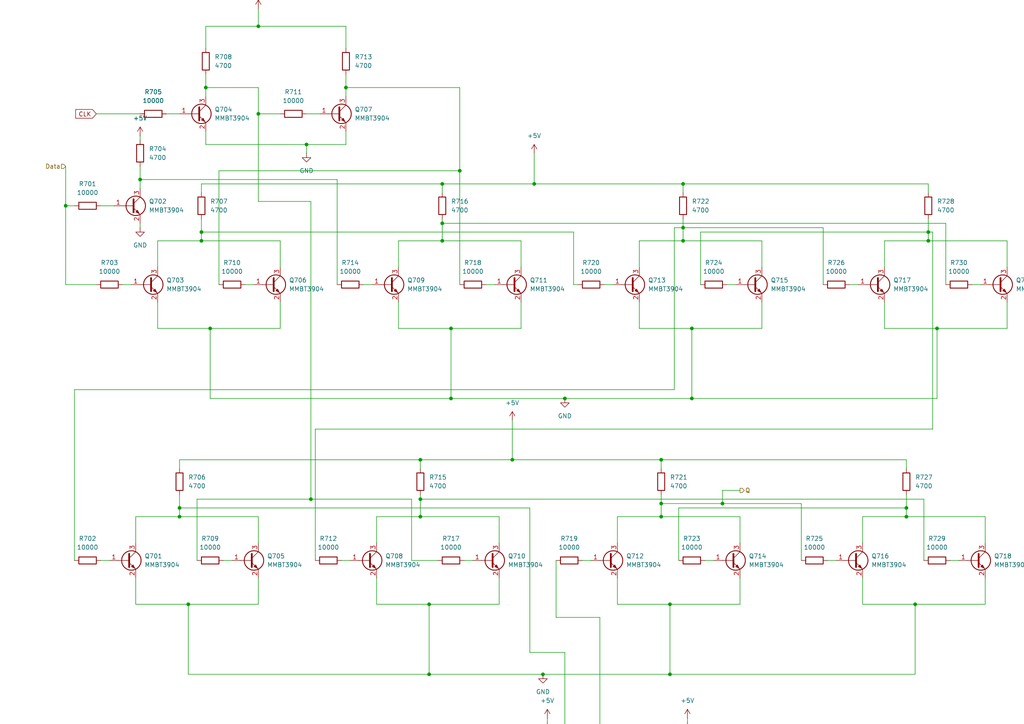
<source format=kicad_sch>
(kicad_sch (version 20250114) (generator "eeschema") (generator_version "9.0")
  (paper "A4")
  (junction (at 265.43 175.26))
  (junction (at 40.64 52.07))
  (junction (at 161.29 250.19))
  (junction (at 163.83 115.57))
  (junction (at 198.12 69.85))
  (junction (at 154.94 53.34))
  (junction (at 191.77 133.35))
  (junction (at 74.93 33.02))
  (junction (at 181.61 250.19))
  (junction (at 128.27 69.85))
  (junction (at 58.42 69.85))
  (junction (at 121.92 133.35))
  (junction (at 148.59 133.35))
  (junction (at 130.81 95.25))
  (junction (at 191.77 149.86))
  (junction (at 269.24 67.31))
  (junction (at 191.77 146.05))
  (junction (at 128.27 64.77))
  (junction (at 271.78 95.25))
  (junction (at 90.17 144.78))
  (junction (at 100.33 25.4))
  (junction (at 158.75 220.98))
  (junction (at 157.48 195.58))
  (junction (at 88.9 41.91))
  (junction (at 74.93 7.62))
  (junction (at 121.92 149.86))
  (junction (at 121.92 144.78))
  (junction (at 194.31 175.26))
  (junction (at 198.12 53.34))
  (junction (at 54.61 175.26))
  (junction (at 199.39 218.44))
  (junction (at 19.05 59.69))
  (junction (at 58.42 67.31))
  (junction (at 52.07 149.86))
  (junction (at 130.81 115.57))
  (junction (at 200.66 115.57))
  (junction (at 124.46 175.26))
  (junction (at 59.69 25.4))
  (junction (at 262.89 149.86))
  (junction (at 133.35 49.53))
  (junction (at 198.12 66.04))
  (junction (at 124.46 195.58))
  (junction (at 262.89 147.32))
  (junction (at 194.31 195.58))
  (junction (at 52.07 147.32))
  (junction (at 200.66 95.25))
  (junction (at 209.55 146.05))
  (junction (at 269.24 69.85))
  (junction (at 128.27 53.34))
  (junction (at 158.75 224.79))
  (junction (at 60.96 95.25))
  (wire (pts (xy 39.37 175.26) (xy 54.61 175.26)))
  (wire (pts (xy 21.59 113.03) (xy 195.58 113.03)))
  (wire (pts (xy 115.57 87.63) (xy 115.57 95.25)))
  (wire (pts (xy 161.29 162.56) (xy 161.29 179.07)))
  (wire (pts (xy 161.29 252.73) (xy 161.29 250.19)))
  (wire (pts (xy 220.98 69.85) (xy 198.12 69.85)))
  (wire (pts (xy 74.93 7.62) (xy 59.69 7.62)))
  (wire (pts (xy 191.77 143.51) (xy 191.77 146.05)))
  (wire (pts (xy 214.63 157.48) (xy 214.63 149.86)))
  (wire (pts (xy 203.2 67.31) (xy 269.24 67.31)))
  (wire (pts (xy 267.97 144.78) (xy 121.92 144.78)))
  (wire (pts (xy 19.05 82.55) (xy 19.05 59.69)))
  (wire (pts (xy 292.1 95.25) (xy 292.1 87.63)))
  (wire (pts (xy 115.57 95.25) (xy 130.81 95.25)))
  (wire (pts (xy 179.07 167.64) (xy 179.07 175.26)))
  (wire (pts (xy 81.28 77.47) (xy 81.28 69.85)))
  (wire (pts (xy 81.28 95.25) (xy 81.28 87.63)))
  (wire (pts (xy 45.72 95.25) (xy 60.96 95.25)))
  (wire (pts (xy 157.48 195.58) (xy 194.31 195.58)))
  (wire (pts (xy 151.13 95.25) (xy 151.13 87.63)))
  (wire (pts (xy 262.89 135.89) (xy 262.89 133.35)))
  (wire (pts (xy 262.89 149.86) (xy 250.19 149.86)))
  (wire (pts (xy 181.61 250.19) (xy 181.61 242.57)))
  (wire (pts (xy 57.15 144.78) (xy 90.17 144.78)))
  (wire (pts (xy 74.93 33.02) (xy 74.93 25.4)))
  (wire (pts (xy 109.22 167.64) (xy 109.22 175.26)))
  (wire (pts (xy 214.63 142.24) (xy 209.55 142.24)))
  (wire (pts (xy 166.37 67.31) (xy 58.42 67.31)))
  (wire (pts (xy 124.46 195.58) (xy 157.48 195.58)))
  (wire (pts (xy 74.93 149.86) (xy 52.07 149.86)))
  (wire (pts (xy 58.42 55.88) (xy 58.42 53.34)))
  (wire (pts (xy 191.77 227.33) (xy 191.77 236.22)))
  (wire (pts (xy 194.31 195.58) (xy 265.43 195.58)))
  (wire (pts (xy 21.59 162.56) (xy 21.59 113.03)))
  (wire (pts (xy 90.17 58.42) (xy 74.93 58.42)))
  (wire (pts (xy 238.76 82.55) (xy 238.76 66.04)))
  (wire (pts (xy 158.75 208.28) (xy 158.75 209.55)))
  (wire (pts (xy 275.59 162.56) (xy 278.13 162.56)))
  (wire (pts (xy 88.9 41.91) (xy 100.33 41.91)))
  (wire (pts (xy 128.27 69.85) (xy 115.57 69.85)))
  (wire (pts (xy 35.56 82.55) (xy 38.1 82.55)))
  (wire (pts (xy 52.07 135.89) (xy 52.07 133.35)))
  (wire (pts (xy 40.64 48.26) (xy 40.64 52.07)))
  (wire (pts (xy 269.24 55.88) (xy 269.24 53.34)))
  (wire (pts (xy 100.33 21.59) (xy 100.33 25.4)))
  (wire (pts (xy 214.63 175.26) (xy 214.63 167.64)))
  (wire (pts (xy 281.94 82.55) (xy 284.48 82.55)))
  (wire (pts (xy 154.94 53.34) (xy 198.12 53.34)))
  (wire (pts (xy 185.42 87.63) (xy 185.42 95.25)))
  (wire (pts (xy 128.27 53.34) (xy 154.94 53.34)))
  (wire (pts (xy 121.92 143.51) (xy 121.92 144.78)))
  (wire (pts (xy 59.69 38.1) (xy 59.69 41.91)))
  (wire (pts (xy 148.59 121.92) (xy 148.59 133.35)))
  (wire (pts (xy 134.62 162.56) (xy 137.16 162.56)))
  (wire (pts (xy 250.19 175.26) (xy 265.43 175.26)))
  (wire (pts (xy 154.94 44.45) (xy 154.94 53.34)))
  (wire (pts (xy 135.89 237.49) (xy 138.43 237.49)))
  (wire (pts (xy 256.54 87.63) (xy 256.54 95.25)))
  (wire (pts (xy 146.05 250.19) (xy 161.29 250.19)))
  (wire (pts (xy 19.05 59.69) (xy 21.59 59.69)))
  (wire (pts (xy 133.35 82.55) (xy 133.35 49.53)))
  (wire (pts (xy 74.93 2.54) (xy 74.93 7.62)))
  (wire (pts (xy 262.89 133.35) (xy 191.77 133.35)))
  (wire (pts (xy 181.61 250.19) (xy 199.39 250.19)))
  (wire (pts (xy 158.75 220.98) (xy 158.75 224.79)))
  (wire (pts (xy 173.99 218.44) (xy 199.39 218.44)))
  (wire (pts (xy 121.92 133.35) (xy 148.59 133.35)))
  (wire (pts (xy 204.47 162.56) (xy 207.01 162.56)))
  (wire (pts (xy 185.42 69.85) (xy 185.42 77.47)))
  (wire (pts (xy 81.28 33.02) (xy 74.93 33.02)))
  (wire (pts (xy 29.21 162.56) (xy 31.75 162.56)))
  (wire (pts (xy 59.69 7.62) (xy 59.69 13.97)))
  (wire (pts (xy 100.33 7.62) (xy 100.33 13.97)))
  (wire (pts (xy 200.66 115.57) (xy 271.78 115.57)))
  (wire (pts (xy 179.07 149.86) (xy 179.07 157.48)))
  (wire (pts (xy 238.76 66.04) (xy 198.12 66.04)))
  (wire (pts (xy 121.92 144.78) (xy 121.92 149.86)))
  (wire (pts (xy 198.12 69.85) (xy 185.42 69.85)))
  (wire (pts (xy 144.78 149.86) (xy 121.92 149.86)))
  (wire (pts (xy 151.13 69.85) (xy 128.27 69.85)))
  (wire (pts (xy 63.5 82.55) (xy 63.5 49.53)))
  (wire (pts (xy 200.66 95.25) (xy 220.98 95.25)))
  (wire (pts (xy 232.41 162.56) (xy 232.41 146.05)))
  (wire (pts (xy 88.9 33.02) (xy 92.71 33.02)))
  (wire (pts (xy 100.33 41.91) (xy 100.33 38.1)))
  (wire (pts (xy 198.12 53.34) (xy 198.12 55.88)))
  (wire (pts (xy 144.78 175.26) (xy 144.78 167.64)))
  (wire (pts (xy 198.12 63.5) (xy 198.12 66.04)))
  (wire (pts (xy 59.69 25.4) (xy 59.69 27.94)))
  (wire (pts (xy 267.97 162.56) (xy 267.97 144.78)))
  (wire (pts (xy 58.42 53.34) (xy 128.27 53.34)))
  (wire (pts (xy 191.77 149.86) (xy 179.07 149.86)))
  (wire (pts (xy 100.33 25.4) (xy 100.33 27.94)))
  (wire (pts (xy 124.46 195.58) (xy 124.46 175.26)))
  (wire (pts (xy 250.19 149.86) (xy 250.19 157.48)))
  (wire (pts (xy 90.17 144.78) (xy 90.17 58.42)))
  (wire (pts (xy 220.98 77.47) (xy 220.98 69.85)))
  (wire (pts (xy 181.61 232.41) (xy 181.61 224.79)))
  (wire (pts (xy 271.78 95.25) (xy 292.1 95.25)))
  (wire (pts (xy 146.05 242.57) (xy 146.05 250.19)))
  (wire (pts (xy 58.42 63.5) (xy 58.42 67.31)))
  (wire (pts (xy 109.22 175.26) (xy 124.46 175.26)))
  (wire (pts (xy 130.81 115.57) (xy 130.81 95.25)))
  (wire (pts (xy 269.24 69.85) (xy 256.54 69.85)))
  (wire (pts (xy 74.93 58.42) (xy 74.93 33.02)))
  (wire (pts (xy 146.05 224.79) (xy 146.05 232.41)))
  (wire (pts (xy 52.07 143.51) (xy 52.07 147.32)))
  (wire (pts (xy 274.32 82.55) (xy 274.32 64.77)))
  (wire (pts (xy 158.75 224.79) (xy 146.05 224.79)))
  (wire (pts (xy 274.32 64.77) (xy 128.27 64.77)))
  (wire (pts (xy 220.98 95.25) (xy 220.98 87.63)))
  (wire (pts (xy 184.15 220.98) (xy 158.75 220.98)))
  (wire (pts (xy 199.39 217.17) (xy 199.39 218.44)))
  (wire (pts (xy 194.31 175.26) (xy 214.63 175.26)))
  (wire (pts (xy 130.81 115.57) (xy 163.83 115.57)))
  (wire (pts (xy 124.46 175.26) (xy 144.78 175.26)))
  (wire (pts (xy 105.41 82.55) (xy 107.95 82.55)))
  (wire (pts (xy 125.73 237.49) (xy 128.27 237.49)))
  (wire (pts (xy 54.61 195.58) (xy 54.61 175.26)))
  (wire (pts (xy 40.64 64.77) (xy 40.64 66.04)))
  (wire (pts (xy 39.37 149.86) (xy 39.37 157.48)))
  (wire (pts (xy 121.92 135.89) (xy 121.92 133.35)))
  (wire (pts (xy 45.72 69.85) (xy 45.72 77.47)))
  (wire (pts (xy 81.28 69.85) (xy 58.42 69.85)))
  (wire (pts (xy 285.75 149.86) (xy 262.89 149.86)))
  (wire (pts (xy 199.39 218.44) (xy 199.39 231.14)))
  (wire (pts (xy 167.64 82.55) (xy 166.37 82.55)))
  (wire (pts (xy 64.77 162.56) (xy 67.31 162.56)))
  (wire (pts (xy 195.58 66.04) (xy 198.12 66.04)))
  (wire (pts (xy 140.97 82.55) (xy 143.51 82.55)))
  (wire (pts (xy 119.38 162.56) (xy 127 162.56)))
  (wire (pts (xy 40.64 52.07) (xy 40.64 54.61)))
  (wire (pts (xy 153.67 189.23) (xy 153.67 147.32)))
  (wire (pts (xy 262.89 143.51) (xy 262.89 147.32)))
  (wire (pts (xy 270.51 67.31) (xy 269.24 67.31)))
  (wire (pts (xy 285.75 157.48) (xy 285.75 149.86)))
  (wire (pts (xy 71.12 82.55) (xy 73.66 82.55)))
  (wire (pts (xy 130.81 95.25) (xy 151.13 95.25)))
  (wire (pts (xy 199.39 241.3) (xy 199.39 250.19)))
  (wire (pts (xy 265.43 175.26) (xy 285.75 175.26)))
  (wire (pts (xy 58.42 67.31) (xy 58.42 69.85)))
  (wire (pts (xy 27.94 82.55) (xy 19.05 82.55)))
  (wire (pts (xy 144.78 157.48) (xy 144.78 149.86)))
  (wire (pts (xy 90.17 144.78) (xy 119.38 144.78)))
  (wire (pts (xy 209.55 142.24) (xy 209.55 146.05)))
  (wire (pts (xy 200.66 115.57) (xy 200.66 95.25)))
  (wire (pts (xy 256.54 69.85) (xy 256.54 77.47)))
  (wire (pts (xy 166.37 82.55) (xy 166.37 67.31)))
  (wire (pts (xy 60.96 115.57) (xy 130.81 115.57)))
  (wire (pts (xy 256.54 95.25) (xy 271.78 95.25)))
  (wire (pts (xy 168.91 162.56) (xy 171.45 162.56)))
  (wire (pts (xy 175.26 82.55) (xy 177.8 82.55)))
  (wire (pts (xy 185.42 95.25) (xy 200.66 95.25)))
  (wire (pts (xy 60.96 115.57) (xy 60.96 95.25)))
  (wire (pts (xy 74.93 175.26) (xy 74.93 167.64)))
  (wire (pts (xy 100.33 7.62) (xy 74.93 7.62)))
  (wire (pts (xy 63.5 49.53) (xy 133.35 49.53)))
  (wire (pts (xy 163.83 189.23) (xy 153.67 189.23)))
  (wire (pts (xy 54.61 175.26) (xy 74.93 175.26)))
  (wire (pts (xy 203.2 82.55) (xy 203.2 67.31)))
  (wire (pts (xy 163.83 189.23) (xy 163.83 237.49)))
  (wire (pts (xy 171.45 237.49) (xy 173.99 237.49)))
  (wire (pts (xy 128.27 55.88) (xy 128.27 53.34)))
  (wire (pts (xy 269.24 63.5) (xy 269.24 67.31)))
  (wire (pts (xy 52.07 147.32) (xy 52.07 149.86)))
  (wire (pts (xy 269.24 53.34) (xy 198.12 53.34)))
  (wire (pts (xy 59.69 21.59) (xy 59.69 25.4)))
  (wire (pts (xy 52.07 133.35) (xy 121.92 133.35)))
  (wire (pts (xy 128.27 64.77) (xy 128.27 69.85)))
  (wire (pts (xy 158.75 217.17) (xy 158.75 220.98)))
  (wire (pts (xy 181.61 224.79) (xy 158.75 224.79)))
  (wire (pts (xy 292.1 77.47) (xy 292.1 69.85)))
  (wire (pts (xy 210.82 82.55) (xy 213.36 82.55)))
  (wire (pts (xy 88.9 41.91) (xy 88.9 44.45)))
  (wire (pts (xy 161.29 179.07) (xy 173.99 179.07)))
  (wire (pts (xy 97.79 82.55) (xy 97.79 52.07)))
  (wire (pts (xy 240.03 162.56) (xy 242.57 162.56)))
  (wire (pts (xy 199.39 208.28) (xy 199.39 209.55)))
  (wire (pts (xy 121.92 149.86) (xy 109.22 149.86)))
  (wire (pts (xy 161.29 250.19) (xy 181.61 250.19)))
  (wire (pts (xy 292.1 69.85) (xy 269.24 69.85)))
  (wire (pts (xy 173.99 179.07) (xy 173.99 218.44)))
  (wire (pts (xy 27.94 33.02) (xy 40.64 33.02)))
  (wire (pts (xy 246.38 82.55) (xy 248.92 82.55)))
  (wire (pts (xy 209.55 146.05) (xy 191.77 146.05)))
  (wire (pts (xy 196.85 162.56) (xy 196.85 147.32)))
  (wire (pts (xy 91.44 124.46) (xy 270.51 124.46)))
  (wire (pts (xy 54.61 195.58) (xy 124.46 195.58)))
  (wire (pts (xy 45.72 87.63) (xy 45.72 95.25)))
  (wire (pts (xy 191.77 146.05) (xy 191.77 149.86)))
  (wire (pts (xy 115.57 69.85) (xy 115.57 77.47)))
  (wire (pts (xy 29.21 59.69) (xy 33.02 59.69)))
  (wire (pts (xy 74.93 157.48) (xy 74.93 149.86)))
  (wire (pts (xy 91.44 162.56) (xy 91.44 124.46)))
  (wire (pts (xy 250.19 167.64) (xy 250.19 175.26)))
  (wire (pts (xy 39.37 167.64) (xy 39.37 175.26)))
  (wire (pts (xy 19.05 48.26) (xy 19.05 59.69)))
  (wire (pts (xy 163.83 115.57) (xy 200.66 115.57)))
  (wire (pts (xy 195.58 113.03) (xy 195.58 66.04)))
  (wire (pts (xy 179.07 175.26) (xy 194.31 175.26)))
  (wire (pts (xy 133.35 25.4) (xy 100.33 25.4)))
  (wire (pts (xy 74.93 25.4) (xy 59.69 25.4)))
  (wire (pts (xy 265.43 195.58) (xy 265.43 175.26)))
  (wire (pts (xy 232.41 146.05) (xy 209.55 146.05)))
  (wire (pts (xy 48.26 33.02) (xy 52.07 33.02)))
  (wire (pts (xy 191.77 133.35) (xy 191.77 135.89)))
  (wire (pts (xy 99.06 162.56) (xy 101.6 162.56)))
  (wire (pts (xy 109.22 149.86) (xy 109.22 157.48)))
  (wire (pts (xy 196.85 147.32) (xy 262.89 147.32)))
  (wire (pts (xy 285.75 175.26) (xy 285.75 167.64)))
  (wire (pts (xy 119.38 144.78) (xy 119.38 162.56)))
  (wire (pts (xy 194.31 195.58) (xy 194.31 175.26)))
  (wire (pts (xy 148.59 133.35) (xy 191.77 133.35)))
  (wire (pts (xy 52.07 149.86) (xy 39.37 149.86)))
  (wire (pts (xy 58.42 69.85) (xy 45.72 69.85)))
  (wire (pts (xy 262.89 147.32) (xy 262.89 149.86)))
  (wire (pts (xy 271.78 115.57) (xy 271.78 95.25)))
  (wire (pts (xy 97.79 52.07) (xy 40.64 52.07)))
  (wire (pts (xy 40.64 39.37) (xy 40.64 40.64)))
  (wire (pts (xy 128.27 63.5) (xy 128.27 64.77)))
  (wire (pts (xy 270.51 124.46) (xy 270.51 67.31)))
  (wire (pts (xy 198.12 66.04) (xy 198.12 69.85)))
  (wire (pts (xy 60.96 95.25) (xy 81.28 95.25)))
  (wire (pts (xy 57.15 144.78) (xy 57.15 162.56)))
  (wire (pts (xy 133.35 49.53) (xy 133.35 25.4)))
  (wire (pts (xy 184.15 227.33) (xy 184.15 220.98)))
  (wire (pts (xy 151.13 77.47) (xy 151.13 69.85)))
  (wire (pts (xy 269.24 67.31) (xy 269.24 69.85)))
  (wire (pts (xy 59.69 41.91) (xy 88.9 41.91)))
  (wire (pts (xy 214.63 149.86) (xy 191.77 149.86)))
  (wire (pts (xy 153.67 147.32) (xy 52.07 147.32)))
  (global_label "RST" (shape input) (at 125.73 237.49 180) (property "Intersheetrefs" "${INTERSHEET_REFS}" (effects (hide yes))))
  (global_label "CLK" (shape input) (at 27.94 33.02 180) (property "Intersheetrefs" "${INTERSHEET_REFS}" (effects (hide yes))))
  (hierarchical_label "Q" (shape output) (at 214.63 142.24 0))
  (hierarchical_label "Data" (shape input) (at 19.05 48.26 180))
  (symbol (lib_id "Transistor_BJT:MMBT3904") (at 179.07 237.49 0) (unit 1)
    (property "Reference" "Q2" (at 184.15 236.2199 0) (effects (justify left)))
    (property "Value" "MMBT3904" (at 184.15 238.7599 0) (effects (justify left)))
    (property "Footprint" "Package_TO_SOT_SMD:SOT-23" (effects (hide yes)))
    (property "Datasheet" "https://www.onsemi.com/pdf/datasheet/pzt3904-d.pdf" (effects (hide yes)))
    (property "Description" "0.2A Ic, 40V Vce, Small Signal NPN Transistor, SOT-23" (effects (hide yes)))
    (property "Sim.Device" "NPN" (effects (hide yes)))
    (property "Sim.Pins" "1=B 2=E 3=C" (effects (hide yes)))
    (instances (project "regv4" (path "" (reference "Q12") (unit 1)) (path "" (reference "Q10") (unit 1)) (path "" (reference "Q14") (unit 1)) (path "" (reference "Q8") (unit 1)) (path "" (reference "Q16") (unit 1)) (path "" (reference "Q4") (unit 1)) (path "" (reference "Q6") (unit 1)) (path "" (reference "Q2") (unit 1))))
  )
  (symbol (lib_id "Device:R") (at 100.33 17.78 0) (unit 1)
    (property "Reference" "R231" (at 102.87 16.5099 0) (effects (justify left)))
    (property "Value" "4700" (at 102.87 19.0499 0) (effects (justify left)))
    (property "Footprint" "Resistor_SMD:R_0805_2012Metric" (effects (hide yes)))
    (property "Description" "Resistor" (effects (hide yes)))
    (instances (project "regv4" (path "" (reference "R713") (unit 1)) (path "" (reference "R613") (unit 1)) (path "" (reference "R813") (unit 1)) (path "" (reference "R513") (unit 1)) (path "" (reference "R913") (unit 1)) (path "" (reference "R313") (unit 1)) (path "" (reference "R413") (unit 1)) (path "" (reference "R231") (unit 1))))
  )
  (symbol (lib_id "Transistor_BJT:MMBT3904") (at 36.83 162.56 0) (unit 1)
    (property "Reference" "Q209" (at 41.91 161.2899 0) (effects (justify left)))
    (property "Value" "MMBT3904" (at 41.91 163.8299 0) (effects (justify left)))
    (property "Footprint" "Package_TO_SOT_SMD:SOT-23" (effects (hide yes)))
    (property "Datasheet" "https://www.onsemi.com/pdf/datasheet/pzt3904-d.pdf" (effects (hide yes)))
    (property "Description" "0.2A Ic, 40V Vce, Small Signal NPN Transistor, SOT-23" (effects (hide yes)))
    (property "Sim.Device" "NPN" (effects (hide yes)))
    (property "Sim.Pins" "1=B 2=E 3=C" (effects (hide yes)))
    (instances (project "regv4" (path "" (reference "Q701") (unit 1)) (path "" (reference "Q601") (unit 1)) (path "" (reference "Q801") (unit 1)) (path "" (reference "Q501") (unit 1)) (path "" (reference "Q901") (unit 1)) (path "" (reference "Q301") (unit 1)) (path "" (reference "Q401") (unit 1)) (path "" (reference "Q209") (unit 1))))
  )
  (symbol (lib_id "Device:R") (at 31.75 82.55 90) (unit 1)
    (property "Reference" "R216" (at 31.75 76.2 90))
    (property "Value" "10000" (at 31.75 78.74 90))
    (property "Footprint" "Resistor_SMD:R_0805_2012Metric" (effects (hide yes)))
    (property "Description" "Resistor" (effects (hide yes)))
    (instances (project "regv4" (path "" (reference "R703") (unit 1)) (path "" (reference "R603") (unit 1)) (path "" (reference "R803") (unit 1)) (path "" (reference "R503") (unit 1)) (path "" (reference "R903") (unit 1)) (path "" (reference "R303") (unit 1)) (path "" (reference "R403") (unit 1)) (path "" (reference "R216") (unit 1))))
  )
  (symbol (lib_id "Transistor_BJT:MMBT3904") (at 113.03 82.55 0) (unit 1)
    (property "Reference" "Q213" (at 118.11 81.2799 0) (effects (justify left)))
    (property "Value" "MMBT3904" (at 118.11 83.8199 0) (effects (justify left)))
    (property "Footprint" "Package_TO_SOT_SMD:SOT-23" (effects (hide yes)))
    (property "Datasheet" "https://www.onsemi.com/pdf/datasheet/pzt3904-d.pdf" (effects (hide yes)))
    (property "Description" "0.2A Ic, 40V Vce, Small Signal NPN Transistor, SOT-23" (effects (hide yes)))
    (property "Sim.Device" "NPN" (effects (hide yes)))
    (property "Sim.Pins" "1=B 2=E 3=C" (effects (hide yes)))
    (instances (project "regv4" (path "" (reference "Q709") (unit 1)) (path "" (reference "Q609") (unit 1)) (path "" (reference "Q809") (unit 1)) (path "" (reference "Q509") (unit 1)) (path "" (reference "Q909") (unit 1)) (path "" (reference "Q309") (unit 1)) (path "" (reference "Q409") (unit 1)) (path "" (reference "Q213") (unit 1))))
  )
  (symbol (lib_id "Device:R") (at 278.13 82.55 90) (unit 1)
    (property "Reference" "R227" (at 278.13 76.2 90))
    (property "Value" "10000" (at 278.13 78.74 90))
    (property "Footprint" "Resistor_SMD:R_0805_2012Metric" (effects (hide yes)))
    (property "Description" "Resistor" (effects (hide yes)))
    (instances (project "regv4" (path "" (reference "R730") (unit 1)) (path "" (reference "R630") (unit 1)) (path "" (reference "R830") (unit 1)) (path "" (reference "R530") (unit 1)) (path "" (reference "R930") (unit 1)) (path "" (reference "R330") (unit 1)) (path "" (reference "R430") (unit 1)) (path "" (reference "R227") (unit 1))))
  )
  (symbol (lib_id "Device:R") (at 59.69 17.78 0) (unit 1)
    (property "Reference" "R228" (at 62.23 16.5099 0) (effects (justify left)))
    (property "Value" "4700" (at 62.23 19.0499 0) (effects (justify left)))
    (property "Footprint" "Resistor_SMD:R_0805_2012Metric" (effects (hide yes)))
    (property "Description" "Resistor" (effects (hide yes)))
    (instances (project "regv4" (path "" (reference "R708") (unit 1)) (path "" (reference "R608") (unit 1)) (path "" (reference "R808") (unit 1)) (path "" (reference "R508") (unit 1)) (path "" (reference "R908") (unit 1)) (path "" (reference "R308") (unit 1)) (path "" (reference "R408") (unit 1)) (path "" (reference "R228") (unit 1))))
  )
  (symbol (lib_id "power:+5V") (at 154.94 44.45 0) (unit 1)
    (property "Reference" "#PWR0203" (effects (hide yes)))
    (property "Value" "+5V" (at 154.94 39.37 0))
    (property "Description" "Power symbol creates a global label with name \"+5V\"" (effects (hide yes)))
    (instances (project "regv4" (path "" (reference "#PWR0706") (unit 1)) (path "" (reference "#PWR0606") (unit 1)) (path "" (reference "#PWR0806") (unit 1)) (path "" (reference "#PWR0506") (unit 1)) (path "" (reference "#PWR0906") (unit 1)) (path "" (reference "#PWR0306") (unit 1)) (path "" (reference "#PWR0406") (unit 1)) (path "" (reference "#PWR0203") (unit 1))))
  )
  (symbol (lib_id "Device:R") (at 207.01 82.55 90) (unit 1)
    (property "Reference" "R224" (at 207.01 76.2 90))
    (property "Value" "10000" (at 207.01 78.74 90))
    (property "Footprint" "Resistor_SMD:R_0805_2012Metric" (effects (hide yes)))
    (property "Description" "Resistor" (effects (hide yes)))
    (instances (project "regv4" (path "" (reference "R724") (unit 1)) (path "" (reference "R624") (unit 1)) (path "" (reference "R824") (unit 1)) (path "" (reference "R524") (unit 1)) (path "" (reference "R924") (unit 1)) (path "" (reference "R324") (unit 1)) (path "" (reference "R424") (unit 1)) (path "" (reference "R224") (unit 1))))
  )
  (symbol (lib_id "Device:R") (at 236.22 162.56 90) (unit 1)
    (property "Reference" "R204" (at 236.22 156.21 90))
    (property "Value" "10000" (at 236.22 158.75 90))
    (property "Footprint" "Resistor_SMD:R_0805_2012Metric" (effects (hide yes)))
    (property "Description" "Resistor" (effects (hide yes)))
    (instances (project "regv4" (path "" (reference "R725") (unit 1)) (path "" (reference "R625") (unit 1)) (path "" (reference "R825") (unit 1)) (path "" (reference "R525") (unit 1)) (path "" (reference "R925") (unit 1)) (path "" (reference "R325") (unit 1)) (path "" (reference "R425") (unit 1)) (path "" (reference "R204") (unit 1))))
  )
  (symbol (lib_id "Device:R") (at 60.96 162.56 90) (unit 1)
    (property "Reference" "R215" (at 60.96 156.21 90))
    (property "Value" "10000" (at 60.96 158.75 90))
    (property "Footprint" "Resistor_SMD:R_0805_2012Metric" (effects (hide yes)))
    (property "Description" "Resistor" (effects (hide yes)))
    (instances (project "regv4" (path "" (reference "R709") (unit 1)) (path "" (reference "R609") (unit 1)) (path "" (reference "R809") (unit 1)) (path "" (reference "R509") (unit 1)) (path "" (reference "R909") (unit 1)) (path "" (reference "R309") (unit 1)) (path "" (reference "R409") (unit 1)) (path "" (reference "R215") (unit 1))))
  )
  (symbol (lib_id "Device:R") (at 121.92 139.7 0) (unit 1)
    (property "Reference" "R211" (at 124.46 138.4299 0) (effects (justify left)))
    (property "Value" "4700" (at 124.46 140.9699 0) (effects (justify left)))
    (property "Footprint" "Resistor_SMD:R_0805_2012Metric" (effects (hide yes)))
    (property "Description" "Resistor" (effects (hide yes)))
    (instances (project "regv4" (path "" (reference "R715") (unit 1)) (path "" (reference "R615") (unit 1)) (path "" (reference "R815") (unit 1)) (path "" (reference "R515") (unit 1)) (path "" (reference "R915") (unit 1)) (path "" (reference "R315") (unit 1)) (path "" (reference "R415") (unit 1)) (path "" (reference "R211") (unit 1))))
  )
  (symbol (lib_id "Transistor_BJT:MMBT3904") (at 283.21 162.56 0) (unit 1)
    (property "Reference" "Q204" (at 288.29 161.2899 0) (effects (justify left)))
    (property "Value" "MMBT3904" (at 288.29 163.8299 0) (effects (justify left)))
    (property "Footprint" "Package_TO_SOT_SMD:SOT-23" (effects (hide yes)))
    (property "Datasheet" "https://www.onsemi.com/pdf/datasheet/pzt3904-d.pdf" (effects (hide yes)))
    (property "Description" "0.2A Ic, 40V Vce, Small Signal NPN Transistor, SOT-23" (effects (hide yes)))
    (property "Sim.Device" "NPN" (effects (hide yes)))
    (property "Sim.Pins" "1=B 2=E 3=C" (effects (hide yes)))
    (instances (project "regv4" (path "" (reference "Q718") (unit 1)) (path "" (reference "Q618") (unit 1)) (path "" (reference "Q818") (unit 1)) (path "" (reference "Q518") (unit 1)) (path "" (reference "Q918") (unit 1)) (path "" (reference "Q318") (unit 1)) (path "" (reference "Q418") (unit 1)) (path "" (reference "Q204") (unit 1))))
  )
  (symbol (lib_id "Transistor_BJT:MMBT3904") (at 72.39 162.56 0) (unit 1)
    (property "Reference" "Q210" (at 77.47 161.2899 0) (effects (justify left)))
    (property "Value" "MMBT3904" (at 77.47 163.8299 0) (effects (justify left)))
    (property "Footprint" "Package_TO_SOT_SMD:SOT-23" (effects (hide yes)))
    (property "Datasheet" "https://www.onsemi.com/pdf/datasheet/pzt3904-d.pdf" (effects (hide yes)))
    (property "Description" "0.2A Ic, 40V Vce, Small Signal NPN Transistor, SOT-23" (effects (hide yes)))
    (property "Sim.Device" "NPN" (effects (hide yes)))
    (property "Sim.Pins" "1=B 2=E 3=C" (effects (hide yes)))
    (instances (project "regv4" (path "" (reference "Q705") (unit 1)) (path "" (reference "Q605") (unit 1)) (path "" (reference "Q805") (unit 1)) (path "" (reference "Q505") (unit 1)) (path "" (reference "Q905") (unit 1)) (path "" (reference "Q305") (unit 1)) (path "" (reference "Q405") (unit 1)) (path "" (reference "Q210") (unit 1))))
  )
  (symbol (lib_id "Transistor_BJT:MMBT3904") (at 176.53 162.56 0) (unit 1)
    (property "Reference" "Q201" (at 181.61 161.2899 0) (effects (justify left)))
    (property "Value" "MMBT3904" (at 181.61 163.8299 0) (effects (justify left)))
    (property "Footprint" "Package_TO_SOT_SMD:SOT-23" (effects (hide yes)))
    (property "Datasheet" "https://www.onsemi.com/pdf/datasheet/pzt3904-d.pdf" (effects (hide yes)))
    (property "Description" "0.2A Ic, 40V Vce, Small Signal NPN Transistor, SOT-23" (effects (hide yes)))
    (property "Sim.Device" "NPN" (effects (hide yes)))
    (property "Sim.Pins" "1=B 2=E 3=C" (effects (hide yes)))
    (instances (project "regv4" (path "" (reference "Q712") (unit 1)) (path "" (reference "Q612") (unit 1)) (path "" (reference "Q812") (unit 1)) (path "" (reference "Q512") (unit 1)) (path "" (reference "Q912") (unit 1)) (path "" (reference "Q312") (unit 1)) (path "" (reference "Q412") (unit 1)) (path "" (reference "Q201") (unit 1))))
  )
  (symbol (lib_id "Device:R") (at 40.64 44.45 0) (unit 1)
    (property "Reference" "R232" (at 43.18 43.1799 0) (effects (justify left)))
    (property "Value" "4700" (at 43.18 45.7199 0) (effects (justify left)))
    (property "Footprint" "Resistor_SMD:R_0805_2012Metric" (effects (hide yes)))
    (property "Description" "Resistor" (effects (hide yes)))
    (instances (project "regv4" (path "" (reference "R704") (unit 1)) (path "" (reference "R604") (unit 1)) (path "" (reference "R804") (unit 1)) (path "" (reference "R504") (unit 1)) (path "" (reference "R904") (unit 1)) (path "" (reference "R304") (unit 1)) (path "" (reference "R404") (unit 1)) (path "" (reference "R232") (unit 1))))
  )
  (symbol (lib_id "Device:R") (at 242.57 82.55 90) (unit 1)
    (property "Reference" "R225" (at 242.57 76.2 90))
    (property "Value" "10000" (at 242.57 78.74 90))
    (property "Footprint" "Resistor_SMD:R_0805_2012Metric" (effects (hide yes)))
    (property "Description" "Resistor" (effects (hide yes)))
    (instances (project "regv4" (path "" (reference "R726") (unit 1)) (path "" (reference "R626") (unit 1)) (path "" (reference "R826") (unit 1)) (path "" (reference "R526") (unit 1)) (path "" (reference "R926") (unit 1)) (path "" (reference "R326") (unit 1)) (path "" (reference "R426") (unit 1)) (path "" (reference "R225") (unit 1))))
  )
  (symbol (lib_id "Device:R") (at 187.96 227.33 90) (unit 1)
    (property "Reference" "R33" (at 187.96 220.98 90))
    (property "Value" "10000" (at 187.96 223.52 90))
    (property "Footprint" "Resistor_SMD:R_0805_2012Metric" (effects (hide yes)))
    (property "Description" "Resistor" (effects (hide yes)))
    (instances (project "regv4" (path "" (reference "R38") (unit 1)) (path "" (reference "R37") (unit 1)) (path "" (reference "R39") (unit 1)) (path "" (reference "R36") (unit 1)) (path "" (reference "R40") (unit 1)) (path "" (reference "R34") (unit 1)) (path "" (reference "R35") (unit 1)) (path "" (reference "R33") (unit 1))))
  )
  (symbol (lib_id "Device:R") (at 262.89 139.7 0) (unit 1)
    (property "Reference" "R205" (at 265.43 138.4299 0) (effects (justify left)))
    (property "Value" "4700" (at 265.43 140.9699 0) (effects (justify left)))
    (property "Footprint" "Resistor_SMD:R_0805_2012Metric" (effects (hide yes)))
    (property "Description" "Resistor" (effects (hide yes)))
    (instances (project "regv4" (path "" (reference "R727") (unit 1)) (path "" (reference "R627") (unit 1)) (path "" (reference "R827") (unit 1)) (path "" (reference "R527") (unit 1)) (path "" (reference "R927") (unit 1)) (path "" (reference "R327") (unit 1)) (path "" (reference "R427") (unit 1)) (path "" (reference "R205") (unit 1))))
  )
  (symbol (lib_id "power:GND") (at 88.9 44.45 0) (unit 1)
    (property "Reference" "#PWR0206" (effects (hide yes)))
    (property "Value" "GND" (at 88.9 49.53 0))
    (property "Description" "Power symbol creates a global label with name \"GND\" , ground" (effects (hide yes)))
    (instances (project "regv4" (path "" (reference "#PWR0704") (unit 1)) (path "" (reference "#PWR0604") (unit 1)) (path "" (reference "#PWR0804") (unit 1)) (path "" (reference "#PWR0504") (unit 1)) (path "" (reference "#PWR0904") (unit 1)) (path "" (reference "#PWR0304") (unit 1)) (path "" (reference "#PWR0404") (unit 1)) (path "" (reference "#PWR0206") (unit 1))))
  )
  (symbol (lib_id "Transistor_BJT:MMBT3904") (at 57.15 33.02 0) (unit 1)
    (property "Reference" "Q219" (at 62.23 31.7499 0) (effects (justify left)))
    (property "Value" "MMBT3904" (at 62.23 34.2899 0) (effects (justify left)))
    (property "Footprint" "Package_TO_SOT_SMD:SOT-23" (effects (hide yes)))
    (property "Datasheet" "https://www.onsemi.com/pdf/datasheet/pzt3904-d.pdf" (effects (hide yes)))
    (property "Description" "0.2A Ic, 40V Vce, Small Signal NPN Transistor, SOT-23" (effects (hide yes)))
    (property "Sim.Device" "NPN" (effects (hide yes)))
    (property "Sim.Pins" "1=B 2=E 3=C" (effects (hide yes)))
    (instances (project "regv4" (path "" (reference "Q704") (unit 1)) (path "" (reference "Q604") (unit 1)) (path "" (reference "Q804") (unit 1)) (path "" (reference "Q504") (unit 1)) (path "" (reference "Q904") (unit 1)) (path "" (reference "Q304") (unit 1)) (path "" (reference "Q404") (unit 1)) (path "" (reference "Q219") (unit 1))))
  )
  (symbol (lib_id "Device:R") (at 25.4 162.56 90) (unit 1)
    (property "Reference" "R213" (at 25.4 156.21 90))
    (property "Value" "10000" (at 25.4 158.75 90))
    (property "Footprint" "Resistor_SMD:R_0805_2012Metric" (effects (hide yes)))
    (property "Description" "Resistor" (effects (hide yes)))
    (instances (project "regv4" (path "" (reference "R702") (unit 1)) (path "" (reference "R602") (unit 1)) (path "" (reference "R802") (unit 1)) (path "" (reference "R502") (unit 1)) (path "" (reference "R902") (unit 1)) (path "" (reference "R302") (unit 1)) (path "" (reference "R402") (unit 1)) (path "" (reference "R213") (unit 1))))
  )
  (symbol (lib_id "Device:R") (at 167.64 237.49 90) (unit 1)
    (property "Reference" "R2" (at 167.64 231.14 90))
    (property "Value" "10000" (at 167.64 233.68 90))
    (property "Footprint" "Resistor_SMD:R_0805_2012Metric" (effects (hide yes)))
    (property "Description" "Resistor" (effects (hide yes)))
    (instances (project "regv4" (path "" (reference "R12") (unit 1)) (path "" (reference "R10") (unit 1)) (path "" (reference "R14") (unit 1)) (path "" (reference "R8") (unit 1)) (path "" (reference "R16") (unit 1)) (path "" (reference "R4") (unit 1)) (path "" (reference "R6") (unit 1)) (path "" (reference "R2") (unit 1))))
  )
  (symbol (lib_id "Device:R") (at 44.45 33.02 90) (unit 1)
    (property "Reference" "R229" (at 44.45 26.67 90))
    (property "Value" "10000" (at 44.45 29.21 90))
    (property "Footprint" "Resistor_SMD:R_0805_2012Metric" (effects (hide yes)))
    (property "Description" "Resistor" (effects (hide yes)))
    (instances (project "regv4" (path "" (reference "R705") (unit 1)) (path "" (reference "R605") (unit 1)) (path "" (reference "R805") (unit 1)) (path "" (reference "R505") (unit 1)) (path "" (reference "R905") (unit 1)) (path "" (reference "R305") (unit 1)) (path "" (reference "R405") (unit 1)) (path "" (reference "R229") (unit 1))))
  )
  (symbol (lib_id "Device:R") (at 128.27 59.69 0) (unit 1)
    (property "Reference" "R220" (at 130.81 58.4199 0) (effects (justify left)))
    (property "Value" "4700" (at 130.81 60.9599 0) (effects (justify left)))
    (property "Footprint" "Resistor_SMD:R_0805_2012Metric" (effects (hide yes)))
    (property "Description" "Resistor" (effects (hide yes)))
    (instances (project "regv4" (path "" (reference "R716") (unit 1)) (path "" (reference "R616") (unit 1)) (path "" (reference "R816") (unit 1)) (path "" (reference "R516") (unit 1)) (path "" (reference "R916") (unit 1)) (path "" (reference "R316") (unit 1)) (path "" (reference "R416") (unit 1)) (path "" (reference "R220") (unit 1))))
  )
  (symbol (lib_id "Device:R") (at 130.81 162.56 90) (unit 1)
    (property "Reference" "R212" (at 130.81 156.21 90))
    (property "Value" "10000" (at 130.81 158.75 90))
    (property "Footprint" "Resistor_SMD:R_0805_2012Metric" (effects (hide yes)))
    (property "Description" "Resistor" (effects (hide yes)))
    (instances (project "regv4" (path "" (reference "R717") (unit 1)) (path "" (reference "R617") (unit 1)) (path "" (reference "R817") (unit 1)) (path "" (reference "R517") (unit 1)) (path "" (reference "R917") (unit 1)) (path "" (reference "R317") (unit 1)) (path "" (reference "R417") (unit 1)) (path "" (reference "R212") (unit 1))))
  )
  (symbol (lib_id "Transistor_BJT:MMBT3904") (at 196.85 236.22 0) (unit 1)
    (property "Reference" "Q17" (at 201.93 234.9499 0) (effects (justify left)))
    (property "Value" "MMBT3904" (at 201.93 237.4899 0) (effects (justify left)))
    (property "Footprint" "Package_TO_SOT_SMD:SOT-23" (effects (hide yes)))
    (property "Datasheet" "https://www.onsemi.com/pdf/datasheet/pzt3904-d.pdf" (effects (hide yes)))
    (property "Description" "0.2A Ic, 40V Vce, Small Signal NPN Transistor, SOT-23" (effects (hide yes)))
    (property "Sim.Device" "NPN" (effects (hide yes)))
    (property "Sim.Pins" "1=B 2=E 3=C" (effects (hide yes)))
    (instances (project "regv4" (path "" (reference "Q22") (unit 1)) (path "" (reference "Q21") (unit 1)) (path "" (reference "Q23") (unit 1)) (path "" (reference "Q20") (unit 1)) (path "" (reference "Q24") (unit 1)) (path "" (reference "Q18") (unit 1)) (path "" (reference "Q19") (unit 1)) (path "" (reference "Q17") (unit 1))))
  )
  (symbol (lib_id "Transistor_BJT:MMBT3904") (at 78.74 82.55 0) (unit 1)
    (property "Reference" "Q212" (at 83.82 81.2799 0) (effects (justify left)))
    (property "Value" "MMBT3904" (at 83.82 83.8199 0) (effects (justify left)))
    (property "Footprint" "Package_TO_SOT_SMD:SOT-23" (effects (hide yes)))
    (property "Datasheet" "https://www.onsemi.com/pdf/datasheet/pzt3904-d.pdf" (effects (hide yes)))
    (property "Description" "0.2A Ic, 40V Vce, Small Signal NPN Transistor, SOT-23" (effects (hide yes)))
    (property "Sim.Device" "NPN" (effects (hide yes)))
    (property "Sim.Pins" "1=B 2=E 3=C" (effects (hide yes)))
    (instances (project "regv4" (path "" (reference "Q706") (unit 1)) (path "" (reference "Q606") (unit 1)) (path "" (reference "Q806") (unit 1)) (path "" (reference "Q506") (unit 1)) (path "" (reference "Q906") (unit 1)) (path "" (reference "Q306") (unit 1)) (path "" (reference "Q406") (unit 1)) (path "" (reference "Q212") (unit 1))))
  )
  (symbol (lib_id "Transistor_BJT:MMBT3904") (at 38.1 59.69 0) (unit 1)
    (property "Reference" "Q221" (at 43.18 58.4199 0) (effects (justify left)))
    (property "Value" "MMBT3904" (at 43.18 60.9599 0) (effects (justify left)))
    (property "Footprint" "Package_TO_SOT_SMD:SOT-23" (effects (hide yes)))
    (property "Datasheet" "https://www.onsemi.com/pdf/datasheet/pzt3904-d.pdf" (effects (hide yes)))
    (property "Description" "0.2A Ic, 40V Vce, Small Signal NPN Transistor, SOT-23" (effects (hide yes)))
    (property "Sim.Device" "NPN" (effects (hide yes)))
    (property "Sim.Pins" "1=B 2=E 3=C" (effects (hide yes)))
    (instances (project "regv4" (path "" (reference "Q702") (unit 1)) (path "" (reference "Q602") (unit 1)) (path "" (reference "Q802") (unit 1)) (path "" (reference "Q502") (unit 1)) (path "" (reference "Q902") (unit 1)) (path "" (reference "Q302") (unit 1)) (path "" (reference "Q402") (unit 1)) (path "" (reference "Q221") (unit 1))))
  )
  (symbol (lib_id "Device:R") (at 85.09 33.02 90) (unit 1)
    (property "Reference" "R230" (at 85.09 26.67 90))
    (property "Value" "10000" (at 85.09 29.21 90))
    (property "Footprint" "Resistor_SMD:R_0805_2012Metric" (effects (hide yes)))
    (property "Description" "Resistor" (effects (hide yes)))
    (instances (project "regv4" (path "" (reference "R711") (unit 1)) (path "" (reference "R611") (unit 1)) (path "" (reference "R811") (unit 1)) (path "" (reference "R511") (unit 1)) (path "" (reference "R911") (unit 1)) (path "" (reference "R311") (unit 1)) (path "" (reference "R411") (unit 1)) (path "" (reference "R230") (unit 1))))
  )
  (symbol (lib_id "Device:R") (at 165.1 162.56 90) (unit 1)
    (property "Reference" "R201" (at 165.1 156.21 90))
    (property "Value" "10000" (at 165.1 158.75 90))
    (property "Footprint" "Resistor_SMD:R_0805_2012Metric" (effects (hide yes)))
    (property "Description" "Resistor" (effects (hide yes)))
    (instances (project "regv4" (path "" (reference "R719") (unit 1)) (path "" (reference "R619") (unit 1)) (path "" (reference "R819") (unit 1)) (path "" (reference "R519") (unit 1)) (path "" (reference "R919") (unit 1)) (path "" (reference "R319") (unit 1)) (path "" (reference "R419") (unit 1)) (path "" (reference "R201") (unit 1))))
  )
  (symbol (lib_id "Transistor_BJT:MMBT3904") (at 254 82.55 0) (unit 1)
    (property "Reference" "Q217" (at 259.08 81.2799 0) (effects (justify left)))
    (property "Value" "MMBT3904" (at 259.08 83.8199 0) (effects (justify left)))
    (property "Footprint" "Package_TO_SOT_SMD:SOT-23" (effects (hide yes)))
    (property "Datasheet" "https://www.onsemi.com/pdf/datasheet/pzt3904-d.pdf" (effects (hide yes)))
    (property "Description" "0.2A Ic, 40V Vce, Small Signal NPN Transistor, SOT-23" (effects (hide yes)))
    (property "Sim.Device" "NPN" (effects (hide yes)))
    (property "Sim.Pins" "1=B 2=E 3=C" (effects (hide yes)))
    (instances (project "regv4" (path "" (reference "Q717") (unit 1)) (path "" (reference "Q617") (unit 1)) (path "" (reference "Q817") (unit 1)) (path "" (reference "Q517") (unit 1)) (path "" (reference "Q917") (unit 1)) (path "" (reference "Q317") (unit 1)) (path "" (reference "Q417") (unit 1)) (path "" (reference "Q217") (unit 1))))
  )
  (symbol (lib_id "Device:R") (at 269.24 59.69 0) (unit 1)
    (property "Reference" "R226" (at 271.78 58.4199 0) (effects (justify left)))
    (property "Value" "4700" (at 271.78 60.9599 0) (effects (justify left)))
    (property "Footprint" "Resistor_SMD:R_0805_2012Metric" (effects (hide yes)))
    (property "Description" "Resistor" (effects (hide yes)))
    (instances (project "regv4" (path "" (reference "R728") (unit 1)) (path "" (reference "R628") (unit 1)) (path "" (reference "R828") (unit 1)) (path "" (reference "R528") (unit 1)) (path "" (reference "R928") (unit 1)) (path "" (reference "R328") (unit 1)) (path "" (reference "R428") (unit 1)) (path "" (reference "R226") (unit 1))))
  )
  (symbol (lib_id "Transistor_BJT:MMBT3904") (at 289.56 82.55 0) (unit 1)
    (property "Reference" "Q218" (at 294.64 81.2799 0) (effects (justify left)))
    (property "Value" "MMBT3904" (at 294.64 83.8199 0) (effects (justify left)))
    (property "Footprint" "Package_TO_SOT_SMD:SOT-23" (effects (hide yes)))
    (property "Datasheet" "https://www.onsemi.com/pdf/datasheet/pzt3904-d.pdf" (effects (hide yes)))
    (property "Description" "0.2A Ic, 40V Vce, Small Signal NPN Transistor, SOT-23" (effects (hide yes)))
    (property "Sim.Device" "NPN" (effects (hide yes)))
    (property "Sim.Pins" "1=B 2=E 3=C" (effects (hide yes)))
    (instances (project "regv4" (path "" (reference "Q719") (unit 1)) (path "" (reference "Q619") (unit 1)) (path "" (reference "Q819") (unit 1)) (path "" (reference "Q519") (unit 1)) (path "" (reference "Q919") (unit 1)) (path "" (reference "Q319") (unit 1)) (path "" (reference "Q419") (unit 1)) (path "" (reference "Q218") (unit 1))))
  )
  (symbol (lib_id "Device:R") (at 137.16 82.55 90) (unit 1)
    (property "Reference" "R221" (at 137.16 76.2 90))
    (property "Value" "10000" (at 137.16 78.74 90))
    (property "Footprint" "Resistor_SMD:R_0805_2012Metric" (effects (hide yes)))
    (property "Description" "Resistor" (effects (hide yes)))
    (instances (project "regv4" (path "" (reference "R718") (unit 1)) (path "" (reference "R618") (unit 1)) (path "" (reference "R818") (unit 1)) (path "" (reference "R518") (unit 1)) (path "" (reference "R918") (unit 1)) (path "" (reference "R318") (unit 1)) (path "" (reference "R418") (unit 1)) (path "" (reference "R221") (unit 1))))
  )
  (symbol (lib_id "Transistor_BJT:MMBT3904") (at 142.24 162.56 0) (unit 1)
    (property "Reference" "Q208" (at 147.32 161.2899 0) (effects (justify left)))
    (property "Value" "MMBT3904" (at 147.32 163.8299 0) (effects (justify left)))
    (property "Footprint" "Package_TO_SOT_SMD:SOT-23" (effects (hide yes)))
    (property "Datasheet" "https://www.onsemi.com/pdf/datasheet/pzt3904-d.pdf" (effects (hide yes)))
    (property "Description" "0.2A Ic, 40V Vce, Small Signal NPN Transistor, SOT-23" (effects (hide yes)))
    (property "Sim.Device" "NPN" (effects (hide yes)))
    (property "Sim.Pins" "1=B 2=E 3=C" (effects (hide yes)))
    (instances (project "regv4" (path "" (reference "Q710") (unit 1)) (path "" (reference "Q610") (unit 1)) (path "" (reference "Q810") (unit 1)) (path "" (reference "Q510") (unit 1)) (path "" (reference "Q910") (unit 1)) (path "" (reference "Q310") (unit 1)) (path "" (reference "Q410") (unit 1)) (path "" (reference "Q208") (unit 1))))
  )
  (symbol (lib_id "Transistor_BJT:MMBT3904") (at 247.65 162.56 0) (unit 1)
    (property "Reference" "Q203" (at 252.73 161.2899 0) (effects (justify left)))
    (property "Value" "MMBT3904" (at 252.73 163.8299 0) (effects (justify left)))
    (property "Footprint" "Package_TO_SOT_SMD:SOT-23" (effects (hide yes)))
    (property "Datasheet" "https://www.onsemi.com/pdf/datasheet/pzt3904-d.pdf" (effects (hide yes)))
    (property "Description" "0.2A Ic, 40V Vce, Small Signal NPN Transistor, SOT-23" (effects (hide yes)))
    (property "Sim.Device" "NPN" (effects (hide yes)))
    (property "Sim.Pins" "1=B 2=E 3=C" (effects (hide yes)))
    (instances (project "regv4" (path "" (reference "Q716") (unit 1)) (path "" (reference "Q616") (unit 1)) (path "" (reference "Q816") (unit 1)) (path "" (reference "Q516") (unit 1)) (path "" (reference "Q916") (unit 1)) (path "" (reference "Q316") (unit 1)) (path "" (reference "Q416") (unit 1)) (path "" (reference "Q203") (unit 1))))
  )
  (symbol (lib_id "power:GND") (at 161.29 252.73 0) (unit 1)
    (property "Reference" "#PWR09" (effects (hide yes)))
    (property "Value" "GND" (at 161.29 257.81 0))
    (property "Description" "Power symbol creates a global label with name \"GND\" , ground" (effects (hide yes)))
    (instances (project "regv4" (path "" (reference "#PWR014") (unit 1)) (path "" (reference "#PWR013") (unit 1)) (path "" (reference "#PWR015") (unit 1)) (path "" (reference "#PWR012") (unit 1)) (path "" (reference "#PWR016") (unit 1)) (path "" (reference "#PWR010") (unit 1)) (path "" (reference "#PWR011") (unit 1)) (path "" (reference "#PWR09") (unit 1))))
  )
  (symbol (lib_id "power:+5V") (at 158.75 208.28 0) (unit 1)
    (property "Reference" "#PWR01" (effects (hide yes)))
    (property "Value" "+5V" (at 158.75 203.2 0))
    (property "Description" "Power symbol creates a global label with name \"+5V\"" (effects (hide yes)))
    (instances (project "regv4" (path "" (reference "#PWR06") (unit 1)) (path "" (reference "#PWR05") (unit 1)) (path "" (reference "#PWR07") (unit 1)) (path "" (reference "#PWR04") (unit 1)) (path "" (reference "#PWR08") (unit 1)) (path "" (reference "#PWR02") (unit 1)) (path "" (reference "#PWR03") (unit 1)) (path "" (reference "#PWR01") (unit 1))))
  )
  (symbol (lib_id "power:GND") (at 157.48 195.58 0) (unit 1)
    (property "Reference" "#PWR0202" (effects (hide yes)))
    (property "Value" "GND" (at 157.48 200.66 0))
    (property "Description" "Power symbol creates a global label with name \"GND\" , ground" (effects (hide yes)))
    (instances (project "regv4" (path "" (reference "#PWR0707") (unit 1)) (path "" (reference "#PWR0607") (unit 1)) (path "" (reference "#PWR0807") (unit 1)) (path "" (reference "#PWR0507") (unit 1)) (path "" (reference "#PWR0907") (unit 1)) (path "" (reference "#PWR0307") (unit 1)) (path "" (reference "#PWR0407") (unit 1)) (path "" (reference "#PWR0202") (unit 1))))
  )
  (symbol (lib_id "Transistor_BJT:MMBT3904") (at 106.68 162.56 0) (unit 1)
    (property "Reference" "Q207" (at 111.76 161.2899 0) (effects (justify left)))
    (property "Value" "MMBT3904" (at 111.76 163.8299 0) (effects (justify left)))
    (property "Footprint" "Package_TO_SOT_SMD:SOT-23" (effects (hide yes)))
    (property "Datasheet" "https://www.onsemi.com/pdf/datasheet/pzt3904-d.pdf" (effects (hide yes)))
    (property "Description" "0.2A Ic, 40V Vce, Small Signal NPN Transistor, SOT-23" (effects (hide yes)))
    (property "Sim.Device" "NPN" (effects (hide yes)))
    (property "Sim.Pins" "1=B 2=E 3=C" (effects (hide yes)))
    (instances (project "regv4" (path "" (reference "Q708") (unit 1)) (path "" (reference "Q608") (unit 1)) (path "" (reference "Q808") (unit 1)) (path "" (reference "Q508") (unit 1)) (path "" (reference "Q908") (unit 1)) (path "" (reference "Q308") (unit 1)) (path "" (reference "Q408") (unit 1)) (path "" (reference "Q207") (unit 1))))
  )
  (symbol (lib_id "Device:R") (at 171.45 82.55 90) (unit 1)
    (property "Reference" "R222" (at 171.45 76.2 90))
    (property "Value" "10000" (at 171.45 78.74 90))
    (property "Footprint" "Resistor_SMD:R_0805_2012Metric" (effects (hide yes)))
    (property "Description" "Resistor" (effects (hide yes)))
    (instances (project "regv4" (path "" (reference "R720") (unit 1)) (path "" (reference "R620") (unit 1)) (path "" (reference "R820") (unit 1)) (path "" (reference "R520") (unit 1)) (path "" (reference "R920") (unit 1)) (path "" (reference "R320") (unit 1)) (path "" (reference "R420") (unit 1)) (path "" (reference "R222") (unit 1))))
  )
  (symbol (lib_id "Transistor_BJT:MMBT3904") (at 143.51 237.49 0) (unit 1)
    (property "Reference" "Q1" (at 148.59 236.2199 0) (effects (justify left)))
    (property "Value" "MMBT3904" (at 148.59 238.7599 0) (effects (justify left)))
    (property "Footprint" "Package_TO_SOT_SMD:SOT-23" (effects (hide yes)))
    (property "Datasheet" "https://www.onsemi.com/pdf/datasheet/pzt3904-d.pdf" (effects (hide yes)))
    (property "Description" "0.2A Ic, 40V Vce, Small Signal NPN Transistor, SOT-23" (effects (hide yes)))
    (property "Sim.Device" "NPN" (effects (hide yes)))
    (property "Sim.Pins" "1=B 2=E 3=C" (effects (hide yes)))
    (instances (project "regv4" (path "" (reference "Q11") (unit 1)) (path "" (reference "Q9") (unit 1)) (path "" (reference "Q13") (unit 1)) (path "" (reference "Q7") (unit 1)) (path "" (reference "Q15") (unit 1)) (path "" (reference "Q3") (unit 1)) (path "" (reference "Q5") (unit 1)) (path "" (reference "Q1") (unit 1))))
  )
  (symbol (lib_id "Device:R") (at 200.66 162.56 90) (unit 1)
    (property "Reference" "R202" (at 200.66 156.21 90))
    (property "Value" "10000" (at 200.66 158.75 90))
    (property "Footprint" "Resistor_SMD:R_0805_2012Metric" (effects (hide yes)))
    (property "Description" "Resistor" (effects (hide yes)))
    (instances (project "regv4" (path "" (reference "R723") (unit 1)) (path "" (reference "R623") (unit 1)) (path "" (reference "R823") (unit 1)) (path "" (reference "R523") (unit 1)) (path "" (reference "R923") (unit 1)) (path "" (reference "R323") (unit 1)) (path "" (reference "R423") (unit 1)) (path "" (reference "R202") (unit 1))))
  )
  (symbol (lib_id "Device:R") (at 52.07 139.7 0) (unit 1)
    (property "Reference" "R214" (at 54.61 138.4299 0) (effects (justify left)))
    (property "Value" "4700" (at 54.61 140.9699 0) (effects (justify left)))
    (property "Footprint" "Resistor_SMD:R_0805_2012Metric" (effects (hide yes)))
    (property "Description" "Resistor" (effects (hide yes)))
    (instances (project "regv4" (path "" (reference "R706") (unit 1)) (path "" (reference "R606") (unit 1)) (path "" (reference "R806") (unit 1)) (path "" (reference "R506") (unit 1)) (path "" (reference "R906") (unit 1)) (path "" (reference "R306") (unit 1)) (path "" (reference "R406") (unit 1)) (path "" (reference "R214") (unit 1))))
  )
  (symbol (lib_id "Device:R") (at 271.78 162.56 90) (unit 1)
    (property "Reference" "R206" (at 271.78 156.21 90))
    (property "Value" "10000" (at 271.78 158.75 90))
    (property "Footprint" "Resistor_SMD:R_0805_2012Metric" (effects (hide yes)))
    (property "Description" "Resistor" (effects (hide yes)))
    (instances (project "regv4" (path "" (reference "R729") (unit 1)) (path "" (reference "R629") (unit 1)) (path "" (reference "R829") (unit 1)) (path "" (reference "R529") (unit 1)) (path "" (reference "R929") (unit 1)) (path "" (reference "R329") (unit 1)) (path "" (reference "R429") (unit 1)) (path "" (reference "R206") (unit 1))))
  )
  (symbol (lib_id "Transistor_BJT:MMBT3904") (at 97.79 33.02 0) (unit 1)
    (property "Reference" "Q220" (at 102.87 31.7499 0) (effects (justify left)))
    (property "Value" "MMBT3904" (at 102.87 34.2899 0) (effects (justify left)))
    (property "Footprint" "Package_TO_SOT_SMD:SOT-23" (effects (hide yes)))
    (property "Datasheet" "https://www.onsemi.com/pdf/datasheet/pzt3904-d.pdf" (effects (hide yes)))
    (property "Description" "0.2A Ic, 40V Vce, Small Signal NPN Transistor, SOT-23" (effects (hide yes)))
    (property "Sim.Device" "NPN" (effects (hide yes)))
    (property "Sim.Pins" "1=B 2=E 3=C" (effects (hide yes)))
    (instances (project "regv4" (path "" (reference "Q707") (unit 1)) (path "" (reference "Q607") (unit 1)) (path "" (reference "Q807") (unit 1)) (path "" (reference "Q507") (unit 1)) (path "" (reference "Q907") (unit 1)) (path "" (reference "Q307") (unit 1)) (path "" (reference "Q407") (unit 1)) (path "" (reference "Q220") (unit 1))))
  )
  (symbol (lib_id "Device:R") (at 191.77 139.7 0) (unit 1)
    (property "Reference" "R203" (at 194.31 138.4299 0) (effects (justify left)))
    (property "Value" "4700" (at 194.31 140.9699 0) (effects (justify left)))
    (property "Footprint" "Resistor_SMD:R_0805_2012Metric" (effects (hide yes)))
    (property "Description" "Resistor" (effects (hide yes)))
    (instances (project "regv4" (path "" (reference "R721") (unit 1)) (path "" (reference "R621") (unit 1)) (path "" (reference "R821") (unit 1)) (path "" (reference "R521") (unit 1)) (path "" (reference "R921") (unit 1)) (path "" (reference "R321") (unit 1)) (path "" (reference "R421") (unit 1)) (path "" (reference "R203") (unit 1))))
  )
  (symbol (lib_id "Device:R") (at 101.6 82.55 90) (unit 1)
    (property "Reference" "R219" (at 101.6 76.2 90))
    (property "Value" "10000" (at 101.6 78.74 90))
    (property "Footprint" "Resistor_SMD:R_0805_2012Metric" (effects (hide yes)))
    (property "Description" "Resistor" (effects (hide yes)))
    (instances (project "regv4" (path "" (reference "R714") (unit 1)) (path "" (reference "R614") (unit 1)) (path "" (reference "R814") (unit 1)) (path "" (reference "R514") (unit 1)) (path "" (reference "R914") (unit 1)) (path "" (reference "R314") (unit 1)) (path "" (reference "R414") (unit 1)) (path "" (reference "R219") (unit 1))))
  )
  (symbol (lib_id "Transistor_BJT:MMBT3904") (at 212.09 162.56 0) (unit 1)
    (property "Reference" "Q202" (at 217.17 161.2899 0) (effects (justify left)))
    (property "Value" "MMBT3904" (at 217.17 163.8299 0) (effects (justify left)))
    (property "Footprint" "Package_TO_SOT_SMD:SOT-23" (effects (hide yes)))
    (property "Datasheet" "https://www.onsemi.com/pdf/datasheet/pzt3904-d.pdf" (effects (hide yes)))
    (property "Description" "0.2A Ic, 40V Vce, Small Signal NPN Transistor, SOT-23" (effects (hide yes)))
    (property "Sim.Device" "NPN" (effects (hide yes)))
    (property "Sim.Pins" "1=B 2=E 3=C" (effects (hide yes)))
    (instances (project "regv4" (path "" (reference "Q714") (unit 1)) (path "" (reference "Q614") (unit 1)) (path "" (reference "Q814") (unit 1)) (path "" (reference "Q514") (unit 1)) (path "" (reference "Q914") (unit 1)) (path "" (reference "Q314") (unit 1)) (path "" (reference "Q414") (unit 1)) (path "" (reference "Q202") (unit 1))))
  )
  (symbol (lib_id "Device:R") (at 132.08 237.49 90) (unit 1)
    (property "Reference" "R1" (at 132.08 231.14 90))
    (property "Value" "10000" (at 132.08 233.68 90))
    (property "Footprint" "Resistor_SMD:R_0805_2012Metric" (effects (hide yes)))
    (property "Description" "Resistor" (effects (hide yes)))
    (instances (project "regv4" (path "" (reference "R11") (unit 1)) (path "" (reference "R9") (unit 1)) (path "" (reference "R13") (unit 1)) (path "" (reference "R7") (unit 1)) (path "" (reference "R15") (unit 1)) (path "" (reference "R3") (unit 1)) (path "" (reference "R5") (unit 1)) (path "" (reference "R1") (unit 1))))
  )
  (symbol (lib_id "power:+5V") (at 148.59 121.92 0) (unit 1)
    (property "Reference" "#PWR0201" (effects (hide yes)))
    (property "Value" "+5V" (at 148.59 116.84 0))
    (property "Description" "Power symbol creates a global label with name \"+5V\"" (effects (hide yes)))
    (instances (project "regv4" (path "" (reference "#PWR0705") (unit 1)) (path "" (reference "#PWR0605") (unit 1)) (path "" (reference "#PWR0805") (unit 1)) (path "" (reference "#PWR0505") (unit 1)) (path "" (reference "#PWR0905") (unit 1)) (path "" (reference "#PWR0305") (unit 1)) (path "" (reference "#PWR0405") (unit 1)) (path "" (reference "#PWR0201") (unit 1))))
  )
  (symbol (lib_id "Device:R") (at 95.25 162.56 90) (unit 1)
    (property "Reference" "R210" (at 95.25 156.21 90))
    (property "Value" "10000" (at 95.25 158.75 90))
    (property "Footprint" "Resistor_SMD:R_0805_2012Metric" (effects (hide yes)))
    (property "Description" "Resistor" (effects (hide yes)))
    (instances (project "regv4" (path "" (reference "R712") (unit 1)) (path "" (reference "R612") (unit 1)) (path "" (reference "R812") (unit 1)) (path "" (reference "R512") (unit 1)) (path "" (reference "R912") (unit 1)) (path "" (reference "R312") (unit 1)) (path "" (reference "R412") (unit 1)) (path "" (reference "R210") (unit 1))))
  )
  (symbol (lib_id "power:+5V") (at 74.93 2.54 0) (unit 1)
    (property "Reference" "#PWR0205" (effects (hide yes)))
    (property "Value" "+5V" (at 74.93 -2.54 0))
    (property "Description" "Power symbol creates a global label with name \"+5V\"" (effects (hide yes)))
    (instances (project "regv4" (path "" (reference "#PWR0703") (unit 1)) (path "" (reference "#PWR0603") (unit 1)) (path "" (reference "#PWR0803") (unit 1)) (path "" (reference "#PWR0503") (unit 1)) (path "" (reference "#PWR0903") (unit 1)) (path "" (reference "#PWR0303") (unit 1)) (path "" (reference "#PWR0403") (unit 1)) (path "" (reference "#PWR0205") (unit 1))))
  )
  (symbol (lib_id "Device:R") (at 198.12 59.69 0) (unit 1)
    (property "Reference" "R223" (at 200.66 58.4199 0) (effects (justify left)))
    (property "Value" "4700" (at 200.66 60.9599 0) (effects (justify left)))
    (property "Footprint" "Resistor_SMD:R_0805_2012Metric" (effects (hide yes)))
    (property "Description" "Resistor" (effects (hide yes)))
    (instances (project "regv4" (path "" (reference "R722") (unit 1)) (path "" (reference "R622") (unit 1)) (path "" (reference "R822") (unit 1)) (path "" (reference "R522") (unit 1)) (path "" (reference "R922") (unit 1)) (path "" (reference "R322") (unit 1)) (path "" (reference "R422") (unit 1)) (path "" (reference "R223") (unit 1))))
  )
  (symbol (lib_id "power:GND") (at 163.83 115.57 0) (unit 1)
    (property "Reference" "#PWR0204" (effects (hide yes)))
    (property "Value" "GND" (at 163.83 120.65 0))
    (property "Description" "Power symbol creates a global label with name \"GND\" , ground" (effects (hide yes)))
    (instances (project "regv4" (path "" (reference "#PWR0708") (unit 1)) (path "" (reference "#PWR0608") (unit 1)) (path "" (reference "#PWR0808") (unit 1)) (path "" (reference "#PWR0508") (unit 1)) (path "" (reference "#PWR0908") (unit 1)) (path "" (reference "#PWR0308") (unit 1)) (path "" (reference "#PWR0408") (unit 1)) (path "" (reference "#PWR0204") (unit 1))))
  )
  (symbol (lib_id "Transistor_BJT:MMBT3904") (at 148.59 82.55 0) (unit 1)
    (property "Reference" "Q214" (at 153.67 81.2799 0) (effects (justify left)))
    (property "Value" "MMBT3904" (at 153.67 83.8199 0) (effects (justify left)))
    (property "Footprint" "Package_TO_SOT_SMD:SOT-23" (effects (hide yes)))
    (property "Datasheet" "https://www.onsemi.com/pdf/datasheet/pzt3904-d.pdf" (effects (hide yes)))
    (property "Description" "0.2A Ic, 40V Vce, Small Signal NPN Transistor, SOT-23" (effects (hide yes)))
    (property "Sim.Device" "NPN" (effects (hide yes)))
    (property "Sim.Pins" "1=B 2=E 3=C" (effects (hide yes)))
    (instances (project "regv4" (path "" (reference "Q711") (unit 1)) (path "" (reference "Q611") (unit 1)) (path "" (reference "Q811") (unit 1)) (path "" (reference "Q511") (unit 1)) (path "" (reference "Q911") (unit 1)) (path "" (reference "Q311") (unit 1)) (path "" (reference "Q411") (unit 1)) (path "" (reference "Q214") (unit 1))))
  )
  (symbol (lib_id "power:GND") (at 40.64 66.04 0) (unit 1)
    (property "Reference" "#PWR0208" (effects (hide yes)))
    (property "Value" "GND" (at 40.64 71.12 0))
    (property "Description" "Power symbol creates a global label with name \"GND\" , ground" (effects (hide yes)))
    (instances (project "regv4" (path "" (reference "#PWR0702") (unit 1)) (path "" (reference "#PWR0602") (unit 1)) (path "" (reference "#PWR0802") (unit 1)) (path "" (reference "#PWR0502") (unit 1)) (path "" (reference "#PWR0902") (unit 1)) (path "" (reference "#PWR0302") (unit 1)) (path "" (reference "#PWR0402") (unit 1)) (path "" (reference "#PWR0208") (unit 1))))
  )
  (symbol (lib_id "power:+5V") (at 40.64 39.37 0) (unit 1)
    (property "Reference" "#PWR0207" (effects (hide yes)))
    (property "Value" "+5V" (at 40.64 34.29 0))
    (property "Description" "Power symbol creates a global label with name \"+5V\"" (effects (hide yes)))
    (instances (project "regv4" (path "" (reference "#PWR0701") (unit 1)) (path "" (reference "#PWR0601") (unit 1)) (path "" (reference "#PWR0801") (unit 1)) (path "" (reference "#PWR0501") (unit 1)) (path "" (reference "#PWR0901") (unit 1)) (path "" (reference "#PWR0301") (unit 1)) (path "" (reference "#PWR0401") (unit 1)) (path "" (reference "#PWR0207") (unit 1))))
  )
  (symbol (lib_id "Device:R") (at 67.31 82.55 90) (unit 1)
    (property "Reference" "R218" (at 67.31 76.2 90))
    (property "Value" "10000" (at 67.31 78.74 90))
    (property "Footprint" "Resistor_SMD:R_0805_2012Metric" (effects (hide yes)))
    (property "Description" "Resistor" (effects (hide yes)))
    (instances (project "regv4" (path "" (reference "R710") (unit 1)) (path "" (reference "R610") (unit 1)) (path "" (reference "R810") (unit 1)) (path "" (reference "R510") (unit 1)) (path "" (reference "R910") (unit 1)) (path "" (reference "R310") (unit 1)) (path "" (reference "R410") (unit 1)) (path "" (reference "R218") (unit 1))))
  )
  (symbol (lib_id "power:+5V") (at 199.39 208.28 0) (unit 1)
    (property "Reference" "#PWR017" (effects (hide yes)))
    (property "Value" "+5V" (at 199.39 203.2 0))
    (property "Description" "Power symbol creates a global label with name \"+5V\"" (effects (hide yes)))
    (instances (project "regv4" (path "" (reference "#PWR022") (unit 1)) (path "" (reference "#PWR021") (unit 1)) (path "" (reference "#PWR023") (unit 1)) (path "" (reference "#PWR020") (unit 1)) (path "" (reference "#PWR024") (unit 1)) (path "" (reference "#PWR018") (unit 1)) (path "" (reference "#PWR019") (unit 1)) (path "" (reference "#PWR017") (unit 1))))
  )
  (symbol (lib_id "Transistor_BJT:MMBT3904") (at 218.44 82.55 0) (unit 1)
    (property "Reference" "Q216" (at 223.52 81.2799 0) (effects (justify left)))
    (property "Value" "MMBT3904" (at 223.52 83.8199 0) (effects (justify left)))
    (property "Footprint" "Package_TO_SOT_SMD:SOT-23" (effects (hide yes)))
    (property "Datasheet" "https://www.onsemi.com/pdf/datasheet/pzt3904-d.pdf" (effects (hide yes)))
    (property "Description" "0.2A Ic, 40V Vce, Small Signal NPN Transistor, SOT-23" (effects (hide yes)))
    (property "Sim.Device" "NPN" (effects (hide yes)))
    (property "Sim.Pins" "1=B 2=E 3=C" (effects (hide yes)))
    (instances (project "regv4" (path "" (reference "Q715") (unit 1)) (path "" (reference "Q615") (unit 1)) (path "" (reference "Q815") (unit 1)) (path "" (reference "Q515") (unit 1)) (path "" (reference "Q915") (unit 1)) (path "" (reference "Q315") (unit 1)) (path "" (reference "Q415") (unit 1)) (path "" (reference "Q216") (unit 1))))
  )
  (symbol (lib_id "Device:R") (at 158.75 213.36 0) (unit 1)
    (property "Reference" "R17" (at 161.29 212.0899 0) (effects (justify left)))
    (property "Value" "4700" (at 161.29 214.6299 0) (effects (justify left)))
    (property "Footprint" "Resistor_SMD:R_0805_2012Metric" (effects (hide yes)))
    (property "Description" "Resistor" (effects (hide yes)))
    (instances (project "regv4" (path "" (reference "R22") (unit 1)) (path "" (reference "R21") (unit 1)) (path "" (reference "R23") (unit 1)) (path "" (reference "R20") (unit 1)) (path "" (reference "R24") (unit 1)) (path "" (reference "R18") (unit 1)) (path "" (reference "R19") (unit 1)) (path "" (reference "R17") (unit 1))))
  )
  (symbol (lib_id "Device:R") (at 199.39 213.36 0) (unit 1)
    (property "Reference" "R25" (at 201.93 212.0899 0) (effects (justify left)))
    (property "Value" "4700" (at 201.93 214.6299 0) (effects (justify left)))
    (property "Footprint" "Resistor_SMD:R_0805_2012Metric" (effects (hide yes)))
    (property "Description" "Resistor" (effects (hide yes)))
    (instances (project "regv4" (path "" (reference "R30") (unit 1)) (path "" (reference "R29") (unit 1)) (path "" (reference "R31") (unit 1)) (path "" (reference "R28") (unit 1)) (path "" (reference "R32") (unit 1)) (path "" (reference "R26") (unit 1)) (path "" (reference "R27") (unit 1)) (path "" (reference "R25") (unit 1))))
  )
  (symbol (lib_id "Device:R") (at 58.42 59.69 0) (unit 1)
    (property "Reference" "R217" (at 60.96 58.4199 0) (effects (justify left)))
    (property "Value" "4700" (at 60.96 60.9599 0) (effects (justify left)))
    (property "Footprint" "Resistor_SMD:R_0805_2012Metric" (effects (hide yes)))
    (property "Description" "Resistor" (effects (hide yes)))
    (instances (project "regv4" (path "" (reference "R707") (unit 1)) (path "" (reference "R607") (unit 1)) (path "" (reference "R807") (unit 1)) (path "" (reference "R507") (unit 1)) (path "" (reference "R907") (unit 1)) (path "" (reference "R307") (unit 1)) (path "" (reference "R407") (unit 1)) (path "" (reference "R217") (unit 1))))
  )
  (symbol (lib_id "Transistor_BJT:MMBT3904") (at 43.18 82.55 0) (unit 1)
    (property "Reference" "Q211" (at 48.26 81.2799 0) (effects (justify left)))
    (property "Value" "MMBT3904" (at 48.26 83.8199 0) (effects (justify left)))
    (property "Footprint" "Package_TO_SOT_SMD:SOT-23" (effects (hide yes)))
    (property "Datasheet" "https://www.onsemi.com/pdf/datasheet/pzt3904-d.pdf" (effects (hide yes)))
    (property "Description" "0.2A Ic, 40V Vce, Small Signal NPN Transistor, SOT-23" (effects (hide yes)))
    (property "Sim.Device" "NPN" (effects (hide yes)))
    (property "Sim.Pins" "1=B 2=E 3=C" (effects (hide yes)))
    (instances (project "regv4" (path "" (reference "Q703") (unit 1)) (path "" (reference "Q603") (unit 1)) (path "" (reference "Q803") (unit 1)) (path "" (reference "Q503") (unit 1)) (path "" (reference "Q903") (unit 1)) (path "" (reference "Q303") (unit 1)) (path "" (reference "Q403") (unit 1)) (path "" (reference "Q211") (unit 1))))
  )
  (symbol (lib_id "Transistor_BJT:MMBT3904") (at 182.88 82.55 0) (unit 1)
    (property "Reference" "Q215" (at 187.96 81.2799 0) (effects (justify left)))
    (property "Value" "MMBT3904" (at 187.96 83.8199 0) (effects (justify left)))
    (property "Footprint" "Package_TO_SOT_SMD:SOT-23" (effects (hide yes)))
    (property "Datasheet" "https://www.onsemi.com/pdf/datasheet/pzt3904-d.pdf" (effects (hide yes)))
    (property "Description" "0.2A Ic, 40V Vce, Small Signal NPN Transistor, SOT-23" (effects (hide yes)))
    (property "Sim.Device" "NPN" (effects (hide yes)))
    (property "Sim.Pins" "1=B 2=E 3=C" (effects (hide yes)))
    (instances (project "regv4" (path "" (reference "Q713") (unit 1)) (path "" (reference "Q613") (unit 1)) (path "" (reference "Q813") (unit 1)) (path "" (reference "Q513") (unit 1)) (path "" (reference "Q913") (unit 1)) (path "" (reference "Q313") (unit 1)) (path "" (reference "Q413") (unit 1)) (path "" (reference "Q215") (unit 1))))
  )
  (symbol (lib_id "Device:R") (at 25.4 59.69 90) (unit 1)
    (property "Reference" "R233" (at 25.4 53.34 90))
    (property "Value" "10000" (at 25.4 55.88 90))
    (property "Footprint" "Resistor_SMD:R_0805_2012Metric" (effects (hide yes)))
    (property "Description" "Resistor" (effects (hide yes)))
    (instances (project "regv4" (path "" (reference "R701") (unit 1)) (path "" (reference "R601") (unit 1)) (path "" (reference "R801") (unit 1)) (path "" (reference "R501") (unit 1)) (path "" (reference "R901") (unit 1)) (path "" (reference "R301") (unit 1)) (path "" (reference "R401") (unit 1)) (path "" (reference "R233") (unit 1))))
  )
)
</source>
